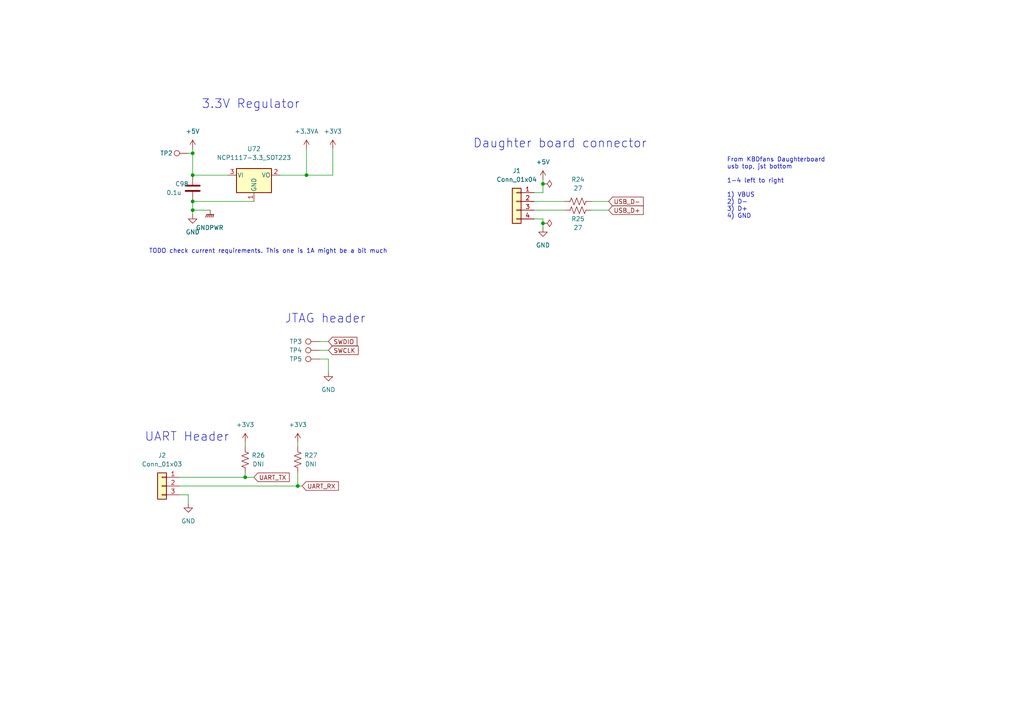
<source format=kicad_sch>
(kicad_sch (version 20211123) (generator eeschema)
  (paper "A4")
  (lib_symbols
    (symbol "Connector:TestPoint" (pin_numbers hide) (pin_names (offset 0.762) hide)
      (property "Reference" "TP" (at 0 6.858 0))
      (property "Value" "TestPoint" (at 0 5.08 0))
      (symbol "TestPoint_0_1"
        (circle (center 0 3.302) (radius 0.762))
      )
      (symbol "TestPoint_1_1"
        (pin passive line (at 0 0 90) (length 2.54) (name "1") (number "1"))
      )
    )
    (symbol "Connector_Generic:Conn_01x03" (pin_names (offset 1.016) hide)
      (property "Reference" "J" (at 0 5.08 0))
      (property "Value" "Conn_01x03" (at 0 -5.08 0))
      (symbol "Conn_01x03_1_1"
        (rectangle (start -1.27 -2.413) (end 0 -2.667) (stroke (width 0.1524)))
        (rectangle (start -1.27 0.127) (end 0 -0.127) (stroke (width 0.1524)))
        (rectangle (start -1.27 2.667) (end 0 2.413) (stroke (width 0.1524)))
        (rectangle (start -1.27 3.81) (end 1.27 -3.81) (stroke (width 0.254)) (fill (type background)))
        (pin passive line (at -5.08 2.54 0) (length 3.81) (name "Pin_1") (number "1"))
        (pin passive line (at -5.08 0 0) (length 3.81) (name "Pin_2") (number "2"))
        (pin passive line (at -5.08 -2.54 0) (length 3.81) (name "Pin_3") (number "3"))
      )
    )
    (symbol "Connector_Generic:Conn_01x04" (pin_names (offset 1.016) hide)
      (property "Reference" "J" (at 0 5.08 0))
      (property "Value" "Conn_01x04" (at 0 -7.62 0))
      (symbol "Conn_01x04_1_1"
        (rectangle (start -1.27 -4.953) (end 0 -5.207) (stroke (width 0.1524)))
        (rectangle (start -1.27 -2.413) (end 0 -2.667) (stroke (width 0.1524)))
        (rectangle (start -1.27 0.127) (end 0 -0.127) (stroke (width 0.1524)))
        (rectangle (start -1.27 2.667) (end 0 2.413) (stroke (width 0.1524)))
        (rectangle (start -1.27 3.81) (end 1.27 -6.35) (stroke (width 0.254)) (fill (type background)))
        (pin passive line (at -5.08 2.54 0) (length 3.81) (name "Pin_1") (number "1"))
        (pin passive line (at -5.08 0 0) (length 3.81) (name "Pin_2") (number "2"))
        (pin passive line (at -5.08 -2.54 0) (length 3.81) (name "Pin_3") (number "3"))
        (pin passive line (at -5.08 -5.08 0) (length 3.81) (name "Pin_4") (number "4"))
      )
    )
    (symbol "Device:C" (pin_numbers hide) (pin_names (offset 0.254))
      (property "Reference" "C" (at 0.635 2.54 0))
      (property "Value" "C" (at 0.635 -2.54 0))
      (symbol "C_0_1"
        (polyline (pts (xy -2.032 -0.762) (xy 2.032 -0.762)) (stroke (width 0.508)))
        (polyline (pts (xy -2.032 0.762) (xy 2.032 0.762)) (stroke (width 0.508)))
      )
      (symbol "C_1_1"
        (pin passive line (at 0 3.81 270) (length 2.794) (name "~") (number "1"))
        (pin passive line (at 0 -3.81 90) (length 2.794) (name "~") (number "2"))
      )
    )
    (symbol "Device:R_US" (pin_numbers hide) (pin_names (offset 0))
      (property "Reference" "R" (at 2.54 0 90))
      (property "Value" "R_US" (at -2.54 0 90))
      (symbol "R_US_0_1"
        (polyline (pts (xy 0 -2.286) (xy 0 -2.54)))
        (polyline (pts (xy 0 2.286) (xy 0 2.54)))
        (polyline (pts (xy 0 -0.762) (xy 1.016 -1.143) (xy 0 -1.524) (xy -1.016 -1.905) (xy 0 -2.286)))
        (polyline (pts (xy 0 0.762) (xy 1.016 0.381) (xy 0 0) (xy -1.016 -0.381) (xy 0 -0.762)))
        (polyline (pts (xy 0 2.286) (xy 1.016 1.905) (xy 0 1.524) (xy -1.016 1.143) (xy 0 0.762)))
      )
      (symbol "R_US_1_1"
        (pin passive line (at 0 3.81 270) (length 1.27) (name "~") (number "1"))
        (pin passive line (at 0 -3.81 90) (length 1.27) (name "~") (number "2"))
      )
    )
    (symbol "Regulator_Linear:NCP1117-3.3_SOT223" (pin_names (offset 0.254))
      (property "Reference" "U" (at -3.81 3.175 0))
      (property "Value" "NCP1117-3.3_SOT223" (at 0 3.175 0))
      (symbol "NCP1117-3.3_SOT223_0_1"
        (rectangle (start -5.08 -5.08) (end 5.08 1.905) (stroke (width 0.254)) (fill (type background)))
      )
      (symbol "NCP1117-3.3_SOT223_1_1"
        (pin power_in line (at 0 -7.62 90) (length 2.54) (name "GND") (number "1"))
        (pin power_out line (at 7.62 0 180) (length 2.54) (name "VO") (number "2"))
        (pin power_in line (at -7.62 0 0) (length 2.54) (name "VI") (number "3"))
      )
    )
    (symbol "power:+3.3V" (power) (pin_names (offset 0))
      (property "Value" "+3.3V" (at 0 3.556 0))
      (symbol "+3.3V_0_1"
        (polyline (pts (xy -0.762 1.27) (xy 0 2.54)))
        (polyline (pts (xy 0 0) (xy 0 2.54)))
        (polyline (pts (xy 0 2.54) (xy 0.762 1.27)))
      )
      (symbol "+3.3V_1_1"
        (pin power_in line (at 0 0 90) (length 0) hide (name "+3V3") (number "1"))
      )
    )
    (symbol "power:+3.3VA" (power) (pin_names (offset 0))
      (property "Value" "+3.3VA" (at 0 3.556 0))
      (symbol "+3.3VA_0_1"
        (polyline (pts (xy -0.762 1.27) (xy 0 2.54)))
        (polyline (pts (xy 0 0) (xy 0 2.54)))
        (polyline (pts (xy 0 2.54) (xy 0.762 1.27)))
      )
      (symbol "+3.3VA_1_1"
        (pin power_in line (at 0 0 90) (length 0) hide (name "+3.3VA") (number "1"))
      )
    )
    (symbol "power:+5V" (power) (pin_names (offset 0))
      (property "Value" "+5V" (at 0 3.556 0))
      (symbol "+5V_0_1"
        (polyline (pts (xy -0.762 1.27) (xy 0 2.54)))
        (polyline (pts (xy 0 0) (xy 0 2.54)))
        (polyline (pts (xy 0 2.54) (xy 0.762 1.27)))
      )
      (symbol "+5V_1_1"
        (pin power_in line (at 0 0 90) (length 0) hide (name "+5V") (number "1"))
      )
    )
    (symbol "power:GND" (power) (pin_names (offset 0))
      (property "Value" "GND" (at 0 -3.81 0))
      (symbol "GND_0_1"
        (polyline (pts (xy 0 0) (xy 0 -1.27) (xy 1.27 -1.27) (xy 0 -2.54) (xy -1.27 -1.27) (xy 0 -1.27)))
      )
      (symbol "GND_1_1"
        (pin power_in line (at 0 0 270) (length 0) hide (name "GND") (number "1"))
      )
    )
    (symbol "power:GNDPWR" (power) (pin_names (offset 0))
      (property "Value" "GNDPWR" (at 0 -3.302 0))
      (symbol "GNDPWR_0_1"
        (polyline (pts (xy 0 -1.27) (xy 0 0)))
        (polyline (pts (xy -1.016 -1.27) (xy -1.27 -2.032) (xy -1.27 -2.032)) (stroke (width 0.2032)))
        (polyline (pts (xy -0.508 -1.27) (xy -0.762 -2.032) (xy -0.762 -2.032)) (stroke (width 0.2032)))
        (polyline (pts (xy 0 -1.27) (xy -0.254 -2.032) (xy -0.254 -2.032)) (stroke (width 0.2032)))
        (polyline (pts (xy 0.508 -1.27) (xy 0.254 -2.032) (xy 0.254 -2.032)) (stroke (width 0.2032)))
        (polyline (pts (xy 1.016 -1.27) (xy -1.016 -1.27) (xy -1.016 -1.27)) (stroke (width 0.2032)))
        (polyline (pts (xy 1.016 -1.27) (xy 0.762 -2.032) (xy 0.762 -2.032) (xy 0.762 -2.032)) (stroke (width 0.2032)))
      )
      (symbol "GNDPWR_1_1"
        (pin power_in line (at 0 0 270) (length 0) hide (name "GNDPWR") (number "1"))
      )
    )
    (symbol "power:PWR_FLAG" (power) (pin_numbers hide) (pin_names (offset 0) hide)
      (property "Value" "PWR_FLAG" (at 0 3.81 0))
      (symbol "PWR_FLAG_0_0"
        (pin power_out line (at 0 0 90) (length 0) (name "pwr") (number "1"))
      )
      (symbol "PWR_FLAG_0_1"
        (polyline (pts (xy 0 0) (xy 0 1.27) (xy -1.016 1.905) (xy 0 2.54) (xy 1.016 1.905) (xy 0 1.27)))
      )
    )
  )
  (junction (at 157.48 53.34))
  (junction (at 86.36 140.97))
  (junction (at 55.88 50.8))
  (junction (at 55.88 60.96))
  (junction (at 55.88 58.42))
  (junction (at 55.88 44.45))
  (junction (at 157.48 64.77))
  (junction (at 71.12 138.43))
  (junction (at 88.9 50.8))
  (wire (pts (xy 55.88 44.45) (xy 55.88 50.8)))
  (wire (pts (xy 95.25 104.14) (xy 95.25 107.95)))
  (wire (pts (xy 157.48 64.77) (xy 157.48 66.04)))
  (wire (pts (xy 171.45 58.42) (xy 176.53 58.42)))
  (wire (pts (xy 55.88 43.18) (xy 55.88 44.45)))
  (wire (pts (xy 157.48 55.88) (xy 157.48 53.34)))
  (wire (pts (xy 96.52 43.18) (xy 96.52 50.8)))
  (wire (pts (xy 88.9 43.18) (xy 88.9 50.8)))
  (wire (pts (xy 52.07 143.51) (xy 54.61 143.51)))
  (wire (pts (xy 55.88 58.42) (xy 55.88 60.96)))
  (wire (pts (xy 86.36 140.97) (xy 87.63 140.97)))
  (wire (pts (xy 55.88 58.42) (xy 73.66 58.42)))
  (wire (pts (xy 92.71 101.6) (xy 95.25 101.6)))
  (wire (pts (xy 71.12 128.27) (xy 71.12 129.54)))
  (wire (pts (xy 86.36 128.27) (xy 86.36 129.54)))
  (wire (pts (xy 81.28 50.8) (xy 88.9 50.8)))
  (wire (pts (xy 92.71 99.06) (xy 95.25 99.06)))
  (wire (pts (xy 154.94 55.88) (xy 157.48 55.88)))
  (wire (pts (xy 52.07 140.97) (xy 86.36 140.97)))
  (wire (pts (xy 55.88 50.8) (xy 66.04 50.8)))
  (wire (pts (xy 157.48 63.5) (xy 157.48 64.77)))
  (wire (pts (xy 52.07 138.43) (xy 71.12 138.43)))
  (wire (pts (xy 54.61 143.51) (xy 54.61 146.05)))
  (wire (pts (xy 154.94 60.96) (xy 163.83 60.96)))
  (wire (pts (xy 157.48 53.34) (xy 157.48 52.07)))
  (wire (pts (xy 71.12 138.43) (xy 73.66 138.43)))
  (wire (pts (xy 55.88 60.96) (xy 55.88 62.23)))
  (wire (pts (xy 55.88 60.96) (xy 60.96 60.96)))
  (wire (pts (xy 86.36 137.16) (xy 86.36 140.97)))
  (wire (pts (xy 171.45 60.96) (xy 176.53 60.96)))
  (wire (pts (xy 92.71 104.14) (xy 95.25 104.14)))
  (wire (pts (xy 154.94 58.42) (xy 163.83 58.42)))
  (wire (pts (xy 71.12 137.16) (xy 71.12 138.43)))
  (wire (pts (xy 54.61 44.45) (xy 55.88 44.45)))
  (wire (pts (xy 96.52 50.8) (xy 88.9 50.8)))
  (wire (pts (xy 154.94 63.5) (xy 157.48 63.5)))
  (text "3.3V Regulator" (at 58.42 31.75 0) (effects (font (size 2.54 2.54)) (justify left bottom)))
  (text "JTAG header" (at 82.55 93.98 0) (effects (font (size 2.54 2.54)) (justify left bottom)))
  (text "UART Header" (at 41.91 128.27 0) (effects (font (size 2.54 2.54)) (justify left bottom)))
  (text "From KBDfans Daughterboard\nusb top, jst bottom\n\n1-4 left to right\n\n1) VBUS\n2) D-\n3) D+\n4) GND\n" (at 210.82 63.5 0) (effects (font (size 1.27 1.27)) (justify left bottom)))
  (text "Daughter board connector" (at 137.16 43.18 0) (effects (font (size 2.54 2.54)) (justify left bottom)))
  (text "TODO check current requirements. This one is 1A might be a bit much" (at 43.18 73.66 0) (effects (font (size 1.27 1.27)) (justify left bottom)))
  (global_label "USB_D+" (shape input) (at 176.53 60.96 0) (property "Intersheet References" "${INTERSHEET_REFS}" (effects hide)))
  (global_label "SWDIO" (shape input) (at 95.25 99.06 0) (property "Intersheet References" "${INTERSHEET_REFS}" (effects hide)))
  (global_label "SWCLK" (shape input) (at 95.25 101.6 0) (property "Intersheet References" "${INTERSHEET_REFS}" (effects hide)))
  (global_label "USB_D-" (shape input) (at 176.53 58.42 0) (property "Intersheet References" "${INTERSHEET_REFS}" (effects hide)))
  (global_label "UART_TX" (shape input) (at 73.66 138.43 0) (property "Intersheet References" "${INTERSHEET_REFS}" (effects hide)))
  (global_label "UART_RX" (shape input) (at 87.63 140.97 0) (property "Intersheet References" "${INTERSHEET_REFS}" (effects hide)))
  (symbol (lib_id "Device:R_US") (at 167.64 58.42 90) (unit 1)
    (property "Reference" "R24" (at 167.64 52.07 90))
    (property "Value" "27" (at 167.64 54.61 90))
    (property "Footprint" "Resistor_SMD:R_0603_1608Metric_Pad0.98x0.95mm_HandSolder" (effects hide))
    (property "Part Number" "RC0603FR-1327RL" (effects hide))
  )
  (symbol (lib_id "power:PWR_FLAG") (at 157.48 64.77 270) (unit 1)
    (property "Reference" "#FLG02" (effects hide))
    (property "Value" "PWR_FLAG" (effects hide))
  )
  (symbol (lib_id "power:+5V") (at 157.48 52.07 0) (unit 1)
    (property "Reference" "#PWR0266" (effects hide))
    (property "Value" "+5V" (at 157.48 46.99 0))
  )
  (symbol (lib_id "Connector:TestPoint") (at 54.61 44.45 90) (unit 1)
    (property "Reference" "TP2" (at 48.26 44.45 90))
    (property "Value" "TestPoint" (effects hide))
    (property "Footprint" "TestPoint:TestPoint_Pad_1.5x1.5mm" (effects hide))
  )
  (symbol (lib_id "Regulator_Linear:NCP1117-3.3_SOT223") (at 73.66 50.8 0) (unit 1)
    (property "Reference" "U72" (at 73.66 43.18 0))
    (property "Value" "NCP1117-3.3_SOT223" (at 73.66 45.72 0))
    (property "Footprint" "Package_TO_SOT_SMD:SOT-223-3_TabPin2" (effects hide))
    (property "Datasheet" "http://www.onsemi.com/pub_link/Collateral/NCP1117-D.PDF" (effects hide))
    (property "Part Number" "AZ1117IH-3.3TRG1" (effects hide))
  )
  (symbol (lib_id "power:+3.3V") (at 71.12 128.27 0) (unit 1)
    (property "Reference" "#PWR0271" (effects hide))
    (property "Value" "+3.3V" (at 71.12 123.19 0))
  )
  (symbol (lib_id "Connector:TestPoint") (at 92.71 104.14 90) (unit 1)
    (property "Reference" "TP5" (at 87.63 104.14 90) (effects (justify left)))
    (property "Value" "TestPoint" (effects hide))
    (property "Footprint" "TestPoint:TestPoint_Pad_1.5x1.5mm" (effects hide))
  )
  (symbol (lib_id "power:+5V") (at 55.88 43.18 0) (unit 1)
    (property "Reference" "#PWR0263" (effects hide))
    (property "Value" "+5V" (at 55.88 38.1 0))
  )
  (symbol (lib_id "power:+3.3VA") (at 88.9 43.18 0) (unit 1)
    (property "Reference" "#PWR0264" (effects hide))
    (property "Value" "+3.3VA" (at 88.9 38.1 0))
  )
  (symbol (lib_id "power:+3.3V") (at 86.36 128.27 0) (unit 1)
    (property "Reference" "#PWR0272" (effects hide))
    (property "Value" "+3.3V" (at 86.36 123.19 0))
  )
  (symbol (lib_id "power:GND") (at 55.88 62.23 0) (unit 1)
    (property "Reference" "#PWR0268" (effects hide))
    (property "Value" "GND" (at 55.88 67.31 0))
  )
  (symbol (lib_id "Device:C") (at 55.88 54.61 180) (unit 1)
    (property "Reference" "C98" (at 50.8 53.34 0) (effects (justify right)))
    (property "Value" "0.1u" (at 48.26 55.88 0) (effects (justify right)))
    (property "Footprint" "Capacitor_SMD:C_0603_1608Metric_Pad1.08x0.95mm_HandSolder" (effects hide))
    (property "Part Number" "C0603C104M4RAC7411" (effects hide))
  )
  (symbol (lib_id "power:PWR_FLAG") (at 157.48 53.34 270) (unit 1)
    (property "Reference" "#FLG01" (effects hide))
    (property "Value" "PWR_FLAG" (effects hide))
  )
  (symbol (lib_id "Device:R_US") (at 71.12 133.35 0) (unit 1)
    (property "Reference" "R26" (at 74.93 132.08 0))
    (property "Value" "DNI" (at 74.93 134.62 0))
    (property "Footprint" "Resistor_SMD:R_0603_1608Metric_Pad0.98x0.95mm_HandSolder" (effects hide))
  )
  (symbol (lib_id "Connector:TestPoint") (at 92.71 99.06 90) (unit 1)
    (property "Reference" "TP3" (at 87.63 99.06 90) (effects (justify left)))
    (property "Value" "TestPoint" (effects hide))
    (property "Footprint" "TestPoint:TestPoint_Pad_1.5x1.5mm" (effects hide))
  )
  (symbol (lib_id "Connector:TestPoint") (at 92.71 101.6 90) (unit 1)
    (property "Reference" "TP4" (at 87.63 101.6 90) (effects (justify left)))
    (property "Value" "TestPoint" (effects hide))
    (property "Footprint" "TestPoint:TestPoint_Pad_1.5x1.5mm" (effects hide))
  )
  (symbol (lib_id "Connector_Generic:Conn_01x04") (at 149.86 58.42 0) (mirror y) (unit 1)
    (property "Reference" "J1" (at 149.86 49.53 0))
    (property "Value" "Conn_01x04" (at 149.86 52.07 0))
    (property "Footprint" "Connector_JST:JST_SH_SM04B-SRSS-TB_1x04-1MP_P1.00mm_Horizontal" (effects hide))
    (property "Part Number" "SM04B-SRSS-TB" (effects hide))
  )
  (symbol (lib_id "Device:R_US") (at 167.64 60.96 270) (unit 1)
    (property "Reference" "R25" (at 167.64 63.5 90))
    (property "Value" "27" (at 167.64 66.04 90))
    (property "Footprint" "Resistor_SMD:R_0603_1608Metric_Pad0.98x0.95mm_HandSolder" (effects hide))
    (property "Part Number" "RC0603FR-1327RL" (effects hide))
  )
  (symbol (lib_id "power:GNDPWR") (at 60.96 60.96 0) (unit 1)
    (property "Reference" "#PWR0267" (effects hide))
    (property "Value" "GNDPWR" (at 60.833 66.04 0))
  )
  (symbol (lib_id "power:GND") (at 157.48 66.04 0) (unit 1)
    (property "Reference" "#PWR0269" (effects hide))
    (property "Value" "GND" (at 157.48 71.12 0))
  )
  (symbol (lib_id "Connector_Generic:Conn_01x03") (at 46.99 140.97 0) (mirror y) (unit 1)
    (property "Reference" "J2" (at 46.99 132.08 0))
    (property "Value" "Conn_01x03" (at 46.99 134.62 0))
    (property "Footprint" "Connector_PinHeader_2.54mm:PinHeader_1x03_P2.54mm_Vertical" (effects hide))
    (property "Description" "0.1in pitch pin headers" (effects hide))
  )
  (symbol (lib_id "power:GND") (at 54.61 146.05 0) (unit 1)
    (property "Reference" "#PWR0273" (effects hide))
    (property "Value" "GND" (at 54.61 151.13 0))
  )
  (symbol (lib_id "Device:R_US") (at 86.36 133.35 0) (unit 1)
    (property "Reference" "R27" (at 90.17 132.08 0))
    (property "Value" "DNI" (at 90.17 134.62 0))
    (property "Footprint" "Resistor_SMD:R_0603_1608Metric_Pad0.98x0.95mm_HandSolder" (effects hide))
  )
  (symbol (lib_id "power:+3.3V") (at 96.52 43.18 0) (unit 1)
    (property "Reference" "#PWR0265" (effects hide))
    (property "Value" "+3.3V" (at 96.52 38.1 0))
  )
  (symbol (lib_id "power:GND") (at 95.25 107.95 0) (unit 1)
    (property "Reference" "#PWR0270" (effects hide))
    (property "Value" "GND" (at 95.25 113.03 0))
  )
)
</source>
